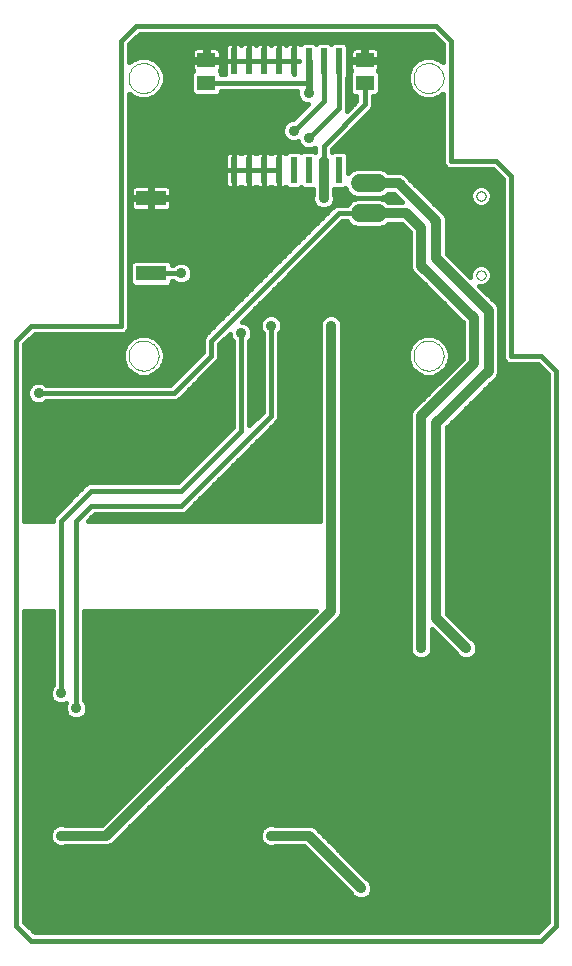
<source format=gbl>
G75*
%MOIN*%
%OFA0B0*%
%FSLAX24Y24*%
%IPPOS*%
%LPD*%
%AMOC8*
5,1,8,0,0,1.08239X$1,22.5*
%
%ADD10C,0.0160*%
%ADD11C,0.0000*%
%ADD12R,0.0236X0.0866*%
%ADD13C,0.0600*%
%ADD14R,0.0591X0.0512*%
%ADD15R,0.1000X0.0500*%
%ADD16C,0.0356*%
%ADD17C,0.0320*%
%ADD18C,0.0240*%
D10*
X000180Y001125D02*
X000680Y000625D01*
X017680Y000625D01*
X018180Y001125D01*
X018180Y019625D01*
X017680Y020125D01*
X016680Y020125D01*
X016680Y026125D01*
X016180Y026625D01*
X014680Y026625D01*
X014680Y030625D01*
X014180Y031125D01*
X004180Y031125D01*
X003680Y030625D01*
X003680Y021125D01*
X000680Y021125D01*
X000180Y020625D01*
X000180Y001125D01*
X000460Y001241D02*
X000460Y011625D01*
X001400Y011625D01*
X001400Y009130D01*
X001359Y009089D01*
X001302Y008950D01*
X001302Y008800D01*
X001359Y008661D01*
X001466Y008554D01*
X001605Y008497D01*
X001755Y008497D01*
X001835Y008530D01*
X001802Y008450D01*
X001802Y008300D01*
X001859Y008161D01*
X001966Y008054D01*
X002105Y007997D01*
X002255Y007997D01*
X002394Y008054D01*
X002501Y008161D01*
X002558Y008300D01*
X002558Y008450D01*
X002501Y008589D01*
X002460Y008630D01*
X002460Y011625D01*
X010171Y011625D01*
X003031Y004485D01*
X001799Y004485D01*
X001755Y004503D01*
X001605Y004503D01*
X001466Y004446D01*
X001359Y004339D01*
X001302Y004200D01*
X001302Y004050D01*
X001359Y003911D01*
X001466Y003804D01*
X001605Y003747D01*
X001755Y003747D01*
X001799Y003765D01*
X003252Y003765D01*
X003384Y003820D01*
X003485Y003921D01*
X010884Y011320D01*
X010985Y011421D01*
X011040Y011553D01*
X011040Y021006D01*
X011058Y021050D01*
X011058Y021200D01*
X011001Y021339D01*
X010894Y021446D01*
X010755Y021503D01*
X010605Y021503D01*
X010466Y021446D01*
X010359Y021339D01*
X010302Y021200D01*
X010302Y021050D01*
X010320Y021006D01*
X010320Y014625D01*
X002576Y014625D01*
X002796Y014845D01*
X005736Y014845D01*
X005839Y014888D01*
X008839Y017888D01*
X008917Y017966D01*
X008960Y018069D01*
X008960Y020870D01*
X009001Y020911D01*
X009058Y021050D01*
X009058Y021200D01*
X009001Y021339D01*
X008894Y021446D01*
X008755Y021503D01*
X008605Y021503D01*
X008466Y021446D01*
X008359Y021339D01*
X008302Y021200D01*
X008302Y021050D01*
X008359Y020911D01*
X008400Y020870D01*
X008400Y018241D01*
X007960Y017801D01*
X007960Y020620D01*
X008001Y020661D01*
X008058Y020800D01*
X008058Y020950D01*
X008001Y021089D01*
X007894Y021196D01*
X007755Y021253D01*
X007704Y021253D01*
X011046Y024595D01*
X011205Y024595D01*
X011206Y024592D01*
X011347Y024451D01*
X011531Y024375D01*
X012329Y024375D01*
X012513Y024451D01*
X012577Y024515D01*
X013031Y024515D01*
X013315Y024231D01*
X013302Y024200D01*
X013302Y024050D01*
X013320Y024006D01*
X013320Y023053D01*
X013375Y022921D01*
X015070Y021226D01*
X015070Y020024D01*
X013476Y018430D01*
X013375Y018329D01*
X013320Y018197D01*
X013320Y010494D01*
X013302Y010450D01*
X013302Y010300D01*
X013359Y010161D01*
X013466Y010054D01*
X013605Y009997D01*
X013755Y009997D01*
X013894Y010054D01*
X014001Y010161D01*
X014058Y010300D01*
X014058Y010450D01*
X014040Y010494D01*
X014040Y011006D01*
X014841Y010205D01*
X014859Y010161D01*
X014966Y010054D01*
X015105Y009997D01*
X015255Y009997D01*
X015394Y010054D01*
X015501Y010161D01*
X015558Y010300D01*
X015558Y010450D01*
X015501Y010589D01*
X015394Y010696D01*
X015350Y010714D01*
X014540Y011524D01*
X014540Y017726D01*
X016235Y019421D01*
X016290Y019553D01*
X016290Y021697D01*
X016235Y021829D01*
X016134Y021930D01*
X015615Y022449D01*
X015751Y022449D01*
X015882Y022503D01*
X015983Y022604D01*
X016037Y022735D01*
X016037Y022877D01*
X015983Y023009D01*
X015882Y023109D01*
X015751Y023164D01*
X015609Y023164D01*
X015478Y023109D01*
X015377Y023009D01*
X015323Y022877D01*
X015323Y022742D01*
X014540Y023524D01*
X014540Y024697D01*
X014485Y024829D01*
X013235Y026079D01*
X013134Y026180D01*
X013002Y026235D01*
X012577Y026235D01*
X012513Y026299D01*
X012329Y026375D01*
X011531Y026375D01*
X011347Y026299D01*
X011248Y026200D01*
X011248Y026830D01*
X011131Y026947D01*
X010729Y026947D01*
X010710Y026928D01*
X010710Y027009D01*
X012041Y028340D01*
X012084Y028443D01*
X012084Y028764D01*
X012182Y028764D01*
X012299Y028881D01*
X012299Y029558D01*
X012248Y029609D01*
X012267Y029642D01*
X012279Y029688D01*
X012279Y029920D01*
X011852Y029920D01*
X011852Y030015D01*
X012279Y030015D01*
X012279Y030247D01*
X012267Y030293D01*
X012243Y030334D01*
X012210Y030367D01*
X012169Y030391D01*
X012123Y030403D01*
X011852Y030403D01*
X011852Y030015D01*
X011756Y030015D01*
X011756Y029920D01*
X011329Y029920D01*
X011329Y029688D01*
X011341Y029642D01*
X011360Y029609D01*
X011309Y029558D01*
X011309Y028881D01*
X011426Y028764D01*
X011524Y028764D01*
X011524Y028615D01*
X011197Y028288D01*
X011210Y028319D01*
X011210Y029382D01*
X011248Y029420D01*
X011248Y030452D01*
X011131Y030569D01*
X010729Y030569D01*
X010680Y030520D01*
X010631Y030569D01*
X010229Y030569D01*
X010180Y030520D01*
X010131Y030569D01*
X009729Y030569D01*
X009666Y030506D01*
X009659Y030513D01*
X009618Y030537D01*
X009572Y030549D01*
X009430Y030549D01*
X009288Y030549D01*
X009242Y030537D01*
X009201Y030513D01*
X009180Y030492D01*
X009159Y030513D01*
X009118Y030537D01*
X009072Y030549D01*
X008930Y030549D01*
X008788Y030549D01*
X008742Y030537D01*
X008701Y030513D01*
X008680Y030492D01*
X008659Y030513D01*
X008618Y030537D01*
X008572Y030549D01*
X008430Y030549D01*
X008288Y030549D01*
X008242Y030537D01*
X008201Y030513D01*
X008180Y030492D01*
X008159Y030513D01*
X008118Y030537D01*
X008072Y030549D01*
X007930Y030549D01*
X007788Y030549D01*
X007742Y030537D01*
X007701Y030513D01*
X007680Y030492D01*
X007659Y030513D01*
X007618Y030537D01*
X007572Y030549D01*
X007430Y030549D01*
X007288Y030549D01*
X007242Y030537D01*
X007201Y030513D01*
X007168Y030480D01*
X007144Y030439D01*
X007132Y030393D01*
X007132Y029936D01*
X007132Y029499D01*
X007018Y029499D01*
X007018Y029558D01*
X006967Y029609D01*
X006986Y029642D01*
X006998Y029688D01*
X006998Y029920D01*
X006570Y029920D01*
X006570Y030015D01*
X006475Y030015D01*
X006475Y029920D01*
X006047Y029920D01*
X006047Y029688D01*
X006060Y029642D01*
X006078Y029609D01*
X006027Y029558D01*
X006027Y028881D01*
X006144Y028764D01*
X006901Y028764D01*
X007018Y028881D01*
X007018Y028939D01*
X009552Y028939D01*
X009552Y028800D01*
X009609Y028661D01*
X009716Y028554D01*
X009855Y028497D01*
X009906Y028497D01*
X009412Y028003D01*
X009355Y028003D01*
X009216Y027946D01*
X009109Y027839D01*
X009052Y027700D01*
X009052Y027550D01*
X009109Y027411D01*
X009216Y027304D01*
X009355Y027247D01*
X009505Y027247D01*
X009564Y027271D01*
X009609Y027161D01*
X009716Y027054D01*
X009855Y026997D01*
X010005Y026997D01*
X010144Y027054D01*
X010150Y027060D01*
X010150Y026928D01*
X010131Y026947D01*
X009729Y026947D01*
X009680Y026898D01*
X009631Y026947D01*
X009229Y026947D01*
X009166Y026884D01*
X009159Y026891D01*
X009118Y026915D01*
X009072Y026927D01*
X008930Y026927D01*
X008788Y026927D01*
X008742Y026915D01*
X008701Y026891D01*
X008680Y026870D01*
X008659Y026891D01*
X008618Y026915D01*
X008572Y026927D01*
X008430Y026927D01*
X008288Y026927D01*
X008242Y026915D01*
X008201Y026891D01*
X008180Y026870D01*
X008159Y026891D01*
X008118Y026915D01*
X008072Y026927D01*
X007930Y026927D01*
X007788Y026927D01*
X007742Y026915D01*
X007701Y026891D01*
X007680Y026870D01*
X007659Y026891D01*
X007618Y026915D01*
X007572Y026927D01*
X007430Y026927D01*
X007288Y026927D01*
X007242Y026915D01*
X007201Y026891D01*
X007168Y026858D01*
X007144Y026817D01*
X007132Y026771D01*
X007132Y026314D01*
X007430Y026314D01*
X007430Y026314D01*
X007430Y026927D01*
X007430Y026314D01*
X007430Y026314D01*
X007728Y026314D01*
X007930Y026314D01*
X007930Y026314D01*
X007930Y026927D01*
X007930Y026314D01*
X007930Y026314D01*
X008228Y026314D01*
X008430Y026314D01*
X008430Y026314D01*
X008430Y026927D01*
X008430Y026314D01*
X008430Y026314D01*
X008930Y026314D01*
X008930Y026314D01*
X008930Y026927D01*
X008930Y026314D01*
X008930Y026314D01*
X008632Y026314D01*
X008430Y026314D01*
X008430Y026314D01*
X007930Y026314D01*
X007930Y026314D01*
X007430Y026314D01*
X007430Y026314D01*
X007132Y026314D01*
X007132Y025857D01*
X007144Y025811D01*
X007168Y025770D01*
X007201Y025737D01*
X007242Y025713D01*
X007288Y025701D01*
X007430Y025701D01*
X007572Y025701D01*
X007618Y025713D01*
X007659Y025737D01*
X007680Y025758D01*
X007701Y025737D01*
X007742Y025713D01*
X007788Y025701D01*
X007930Y025701D01*
X008072Y025701D01*
X008118Y025713D01*
X008159Y025737D01*
X008180Y025758D01*
X008201Y025737D01*
X008242Y025713D01*
X008288Y025701D01*
X008430Y025701D01*
X008572Y025701D01*
X008618Y025713D01*
X008659Y025737D01*
X008680Y025758D01*
X008701Y025737D01*
X008742Y025713D01*
X008788Y025701D01*
X008930Y025701D01*
X009072Y025701D01*
X009118Y025713D01*
X009159Y025737D01*
X009166Y025744D01*
X009229Y025681D01*
X009631Y025681D01*
X009680Y025730D01*
X009729Y025681D01*
X010070Y025681D01*
X010070Y025494D01*
X010052Y025450D01*
X010052Y025300D01*
X010109Y025161D01*
X010216Y025054D01*
X010355Y024997D01*
X010505Y024997D01*
X010644Y025054D01*
X010751Y025161D01*
X010808Y025300D01*
X010808Y025450D01*
X010790Y025494D01*
X010790Y025681D01*
X011131Y025681D01*
X011158Y025708D01*
X011206Y025592D01*
X011347Y025451D01*
X011531Y025375D01*
X011347Y025299D01*
X011206Y025158D01*
X011205Y025155D01*
X010874Y025155D01*
X010771Y025112D01*
X010693Y025034D01*
X010595Y025034D01*
X010693Y025034D02*
X006521Y020862D01*
X006443Y020784D01*
X006400Y020681D01*
X006400Y020241D01*
X005314Y019155D01*
X001185Y019155D01*
X001144Y019196D01*
X001005Y019253D01*
X000855Y019253D01*
X000716Y019196D01*
X000609Y019089D01*
X000552Y018950D01*
X000552Y018800D01*
X000609Y018661D01*
X000716Y018554D01*
X000855Y018497D01*
X001005Y018497D01*
X001144Y018554D01*
X001185Y018595D01*
X005486Y018595D01*
X005589Y018638D01*
X005667Y018716D01*
X006917Y019966D01*
X006960Y020069D01*
X006960Y020509D01*
X007302Y020851D01*
X007302Y020800D01*
X007359Y020661D01*
X007400Y020620D01*
X007400Y017741D01*
X005564Y015905D01*
X002624Y015905D01*
X002521Y015862D01*
X001443Y014784D01*
X001400Y014681D01*
X001400Y014625D01*
X000460Y014625D01*
X000460Y020509D01*
X000796Y020845D01*
X003736Y020845D01*
X003839Y020888D01*
X003917Y020966D01*
X003960Y021069D01*
X003960Y028855D01*
X004033Y028782D01*
X004291Y028675D01*
X004569Y028675D01*
X004827Y028782D01*
X005023Y028978D01*
X005130Y029236D01*
X005130Y029514D01*
X005023Y029772D01*
X004827Y029968D01*
X004569Y030075D01*
X004291Y030075D01*
X004033Y029968D01*
X003960Y029895D01*
X003960Y030509D01*
X004296Y030845D01*
X014064Y030845D01*
X014400Y030509D01*
X014400Y029895D01*
X014327Y029968D01*
X014069Y030075D01*
X013791Y030075D01*
X013533Y029968D01*
X013337Y029772D01*
X013230Y029514D01*
X013230Y029236D01*
X013337Y028978D01*
X013533Y028782D01*
X013791Y028675D01*
X014069Y028675D01*
X014327Y028782D01*
X014400Y028855D01*
X014400Y026569D01*
X014443Y026466D01*
X014521Y026388D01*
X014624Y026345D01*
X016064Y026345D01*
X016400Y026009D01*
X016400Y020069D01*
X016443Y019966D01*
X016521Y019888D01*
X016624Y019845D01*
X017564Y019845D01*
X017900Y019509D01*
X017900Y001241D01*
X017564Y000905D01*
X000796Y000905D01*
X000460Y001241D01*
X000460Y001259D02*
X017900Y001259D01*
X017900Y001418D02*
X000460Y001418D01*
X000460Y001576D02*
X017900Y001576D01*
X017900Y001735D02*
X000460Y001735D01*
X000460Y001893D02*
X017900Y001893D01*
X017900Y002052D02*
X011887Y002052D01*
X011894Y002054D02*
X012001Y002161D01*
X012058Y002300D01*
X012058Y002450D01*
X012001Y002589D01*
X011894Y002696D01*
X011850Y002714D01*
X010235Y004329D01*
X010134Y004430D01*
X010002Y004485D01*
X008799Y004485D01*
X008755Y004503D01*
X008605Y004503D01*
X008466Y004446D01*
X008359Y004339D01*
X008302Y004200D01*
X008302Y004050D01*
X008359Y003911D01*
X008466Y003804D01*
X008605Y003747D01*
X008755Y003747D01*
X008799Y003765D01*
X009781Y003765D01*
X011341Y002205D01*
X011359Y002161D01*
X011466Y002054D01*
X011605Y001997D01*
X011755Y001997D01*
X011894Y002054D01*
X012021Y002210D02*
X017900Y002210D01*
X017900Y002369D02*
X012058Y002369D01*
X012026Y002527D02*
X017900Y002527D01*
X017900Y002686D02*
X011904Y002686D01*
X011720Y002844D02*
X017900Y002844D01*
X017900Y003003D02*
X011562Y003003D01*
X011403Y003161D02*
X017900Y003161D01*
X017900Y003320D02*
X011245Y003320D01*
X011086Y003478D02*
X017900Y003478D01*
X017900Y003637D02*
X010928Y003637D01*
X010769Y003795D02*
X017900Y003795D01*
X017900Y003954D02*
X010611Y003954D01*
X010452Y004112D02*
X017900Y004112D01*
X017900Y004271D02*
X010294Y004271D01*
X010135Y004429D02*
X017900Y004429D01*
X017900Y004588D02*
X004152Y004588D01*
X004310Y004746D02*
X017900Y004746D01*
X017900Y004905D02*
X004469Y004905D01*
X004627Y005063D02*
X017900Y005063D01*
X017900Y005222D02*
X004786Y005222D01*
X004944Y005380D02*
X017900Y005380D01*
X017900Y005539D02*
X005103Y005539D01*
X005261Y005697D02*
X017900Y005697D01*
X017900Y005856D02*
X005420Y005856D01*
X005578Y006014D02*
X017900Y006014D01*
X017900Y006173D02*
X005737Y006173D01*
X005895Y006331D02*
X017900Y006331D01*
X017900Y006490D02*
X006054Y006490D01*
X006212Y006648D02*
X017900Y006648D01*
X017900Y006807D02*
X006371Y006807D01*
X006529Y006965D02*
X017900Y006965D01*
X017900Y007124D02*
X006688Y007124D01*
X006846Y007282D02*
X017900Y007282D01*
X017900Y007441D02*
X007005Y007441D01*
X007163Y007599D02*
X017900Y007599D01*
X017900Y007758D02*
X007322Y007758D01*
X007480Y007916D02*
X017900Y007916D01*
X017900Y008075D02*
X007639Y008075D01*
X007797Y008233D02*
X017900Y008233D01*
X017900Y008392D02*
X007956Y008392D01*
X008114Y008550D02*
X017900Y008550D01*
X017900Y008709D02*
X008273Y008709D01*
X008431Y008867D02*
X017900Y008867D01*
X017900Y009026D02*
X008590Y009026D01*
X008748Y009184D02*
X017900Y009184D01*
X017900Y009343D02*
X008907Y009343D01*
X009065Y009501D02*
X017900Y009501D01*
X017900Y009660D02*
X009224Y009660D01*
X009382Y009818D02*
X017900Y009818D01*
X017900Y009977D02*
X009541Y009977D01*
X009699Y010135D02*
X013385Y010135D01*
X013304Y010294D02*
X009858Y010294D01*
X010016Y010452D02*
X013303Y010452D01*
X013320Y010611D02*
X010175Y010611D01*
X010333Y010769D02*
X013320Y010769D01*
X013320Y010928D02*
X010492Y010928D01*
X010650Y011086D02*
X013320Y011086D01*
X013320Y011245D02*
X010809Y011245D01*
X010884Y011320D02*
X010884Y011320D01*
X010967Y011403D02*
X013320Y011403D01*
X013320Y011562D02*
X011040Y011562D01*
X011040Y011720D02*
X013320Y011720D01*
X013320Y011879D02*
X011040Y011879D01*
X011040Y012037D02*
X013320Y012037D01*
X013320Y012196D02*
X011040Y012196D01*
X011040Y012354D02*
X013320Y012354D01*
X013320Y012513D02*
X011040Y012513D01*
X011040Y012671D02*
X013320Y012671D01*
X013320Y012830D02*
X011040Y012830D01*
X011040Y012988D02*
X013320Y012988D01*
X013320Y013147D02*
X011040Y013147D01*
X011040Y013305D02*
X013320Y013305D01*
X013320Y013464D02*
X011040Y013464D01*
X011040Y013622D02*
X013320Y013622D01*
X013320Y013781D02*
X011040Y013781D01*
X011040Y013939D02*
X013320Y013939D01*
X013320Y014098D02*
X011040Y014098D01*
X011040Y014256D02*
X013320Y014256D01*
X013320Y014415D02*
X011040Y014415D01*
X011040Y014573D02*
X013320Y014573D01*
X013320Y014732D02*
X011040Y014732D01*
X011040Y014890D02*
X013320Y014890D01*
X013320Y015049D02*
X011040Y015049D01*
X011040Y015207D02*
X013320Y015207D01*
X013320Y015366D02*
X011040Y015366D01*
X011040Y015524D02*
X013320Y015524D01*
X013320Y015683D02*
X011040Y015683D01*
X011040Y015841D02*
X013320Y015841D01*
X013320Y016000D02*
X011040Y016000D01*
X011040Y016158D02*
X013320Y016158D01*
X013320Y016317D02*
X011040Y016317D01*
X011040Y016475D02*
X013320Y016475D01*
X013320Y016634D02*
X011040Y016634D01*
X011040Y016792D02*
X013320Y016792D01*
X013320Y016951D02*
X011040Y016951D01*
X011040Y017109D02*
X013320Y017109D01*
X013320Y017268D02*
X011040Y017268D01*
X011040Y017426D02*
X013320Y017426D01*
X013320Y017585D02*
X011040Y017585D01*
X011040Y017743D02*
X013320Y017743D01*
X013320Y017902D02*
X011040Y017902D01*
X011040Y018060D02*
X013320Y018060D01*
X013329Y018219D02*
X011040Y018219D01*
X011040Y018377D02*
X013423Y018377D01*
X013581Y018536D02*
X011040Y018536D01*
X011040Y018694D02*
X013740Y018694D01*
X013898Y018853D02*
X011040Y018853D01*
X011040Y019011D02*
X014057Y019011D01*
X014215Y019170D02*
X011040Y019170D01*
X011040Y019328D02*
X014374Y019328D01*
X014327Y019532D02*
X014523Y019728D01*
X014630Y019986D01*
X014630Y020264D01*
X014523Y020522D01*
X014327Y020718D01*
X014069Y020825D01*
X013791Y020825D01*
X013533Y020718D01*
X013337Y020522D01*
X013230Y020264D01*
X013230Y019986D01*
X013337Y019728D01*
X013533Y019532D01*
X013791Y019425D01*
X014069Y019425D01*
X014327Y019532D01*
X014218Y019487D02*
X014532Y019487D01*
X014440Y019645D02*
X014691Y019645D01*
X014555Y019804D02*
X014849Y019804D01*
X015008Y019962D02*
X014620Y019962D01*
X014630Y020121D02*
X015070Y020121D01*
X015070Y020279D02*
X014624Y020279D01*
X014558Y020438D02*
X015070Y020438D01*
X015070Y020596D02*
X014449Y020596D01*
X014239Y020755D02*
X015070Y020755D01*
X015070Y020913D02*
X011040Y020913D01*
X011040Y020755D02*
X013621Y020755D01*
X013411Y020596D02*
X011040Y020596D01*
X011040Y020438D02*
X013302Y020438D01*
X013236Y020279D02*
X011040Y020279D01*
X011040Y020121D02*
X013230Y020121D01*
X013240Y019962D02*
X011040Y019962D01*
X011040Y019804D02*
X013305Y019804D01*
X013420Y019645D02*
X011040Y019645D01*
X011040Y019487D02*
X013642Y019487D01*
X014716Y017902D02*
X017900Y017902D01*
X017900Y018060D02*
X014874Y018060D01*
X015033Y018219D02*
X017900Y018219D01*
X017900Y018377D02*
X015191Y018377D01*
X015350Y018536D02*
X017900Y018536D01*
X017900Y018694D02*
X015508Y018694D01*
X015667Y018853D02*
X017900Y018853D01*
X017900Y019011D02*
X015825Y019011D01*
X015984Y019170D02*
X017900Y019170D01*
X017900Y019328D02*
X016142Y019328D01*
X016262Y019487D02*
X017900Y019487D01*
X017764Y019645D02*
X016290Y019645D01*
X016290Y019804D02*
X017605Y019804D01*
X016447Y019962D02*
X016290Y019962D01*
X016290Y020121D02*
X016400Y020121D01*
X016400Y020279D02*
X016290Y020279D01*
X016290Y020438D02*
X016400Y020438D01*
X016400Y020596D02*
X016290Y020596D01*
X016290Y020755D02*
X016400Y020755D01*
X016400Y020913D02*
X016290Y020913D01*
X016290Y021072D02*
X016400Y021072D01*
X016400Y021230D02*
X016290Y021230D01*
X016290Y021389D02*
X016400Y021389D01*
X016400Y021547D02*
X016290Y021547D01*
X016286Y021706D02*
X016400Y021706D01*
X016400Y021864D02*
X016200Y021864D01*
X016042Y022023D02*
X016400Y022023D01*
X016400Y022181D02*
X015883Y022181D01*
X015725Y022340D02*
X016400Y022340D01*
X016400Y022498D02*
X015870Y022498D01*
X016005Y022657D02*
X016400Y022657D01*
X016400Y022815D02*
X016037Y022815D01*
X015998Y022974D02*
X016400Y022974D01*
X016400Y023132D02*
X015827Y023132D01*
X015533Y023132D02*
X014932Y023132D01*
X014774Y023291D02*
X016400Y023291D01*
X016400Y023449D02*
X014615Y023449D01*
X014540Y023608D02*
X016400Y023608D01*
X016400Y023766D02*
X014540Y023766D01*
X014540Y023925D02*
X016400Y023925D01*
X016400Y024083D02*
X014540Y024083D01*
X014540Y024242D02*
X016400Y024242D01*
X016400Y024400D02*
X014540Y024400D01*
X014540Y024559D02*
X016400Y024559D01*
X016400Y024717D02*
X014532Y024717D01*
X014439Y024876D02*
X016400Y024876D01*
X016400Y025034D02*
X014280Y025034D01*
X014122Y025193D02*
X015426Y025193D01*
X015377Y025241D02*
X015478Y025141D01*
X015609Y025086D01*
X015751Y025086D01*
X015882Y025141D01*
X015983Y025241D01*
X016037Y025373D01*
X016037Y025515D01*
X015983Y025646D01*
X015882Y025747D01*
X015751Y025801D01*
X015609Y025801D01*
X015478Y025747D01*
X015377Y025646D01*
X015323Y025515D01*
X015323Y025373D01*
X015377Y025241D01*
X015332Y025351D02*
X013963Y025351D01*
X013805Y025510D02*
X015323Y025510D01*
X015399Y025668D02*
X013646Y025668D01*
X013488Y025827D02*
X016400Y025827D01*
X016400Y025985D02*
X013329Y025985D01*
X013171Y026144D02*
X016265Y026144D01*
X016107Y026302D02*
X012506Y026302D01*
X012577Y025515D02*
X012781Y025515D01*
X013061Y025235D01*
X012577Y025235D01*
X012513Y025299D01*
X012329Y025375D01*
X011531Y025375D01*
X012329Y025375D01*
X012513Y025451D01*
X012577Y025515D01*
X012572Y025510D02*
X012786Y025510D01*
X012945Y025351D02*
X012387Y025351D01*
X012180Y024875D02*
X010930Y024875D01*
X006680Y020625D01*
X006680Y020125D01*
X005430Y018875D01*
X000930Y018875D01*
X001098Y018536D02*
X007400Y018536D01*
X007400Y018694D02*
X005645Y018694D01*
X005804Y018853D02*
X007400Y018853D01*
X007400Y019011D02*
X005962Y019011D01*
X006121Y019170D02*
X007400Y019170D01*
X007400Y019328D02*
X006279Y019328D01*
X006438Y019487D02*
X007400Y019487D01*
X007400Y019645D02*
X006596Y019645D01*
X006755Y019804D02*
X007400Y019804D01*
X007400Y019962D02*
X006913Y019962D01*
X006960Y020121D02*
X007400Y020121D01*
X007400Y020279D02*
X006960Y020279D01*
X006960Y020438D02*
X007400Y020438D01*
X007400Y020596D02*
X007047Y020596D01*
X007206Y020755D02*
X007321Y020755D01*
X007680Y020875D02*
X007680Y017625D01*
X005680Y015625D01*
X002680Y015625D01*
X001680Y014625D01*
X001680Y008875D01*
X001477Y008550D02*
X000460Y008550D01*
X000460Y008392D02*
X001802Y008392D01*
X001830Y008233D02*
X000460Y008233D01*
X000460Y008075D02*
X001946Y008075D01*
X002180Y008375D02*
X002180Y014625D01*
X002680Y015125D01*
X005680Y015125D01*
X008680Y018125D01*
X008680Y021125D01*
X008951Y021389D02*
X010409Y021389D01*
X010314Y021230D02*
X009046Y021230D01*
X009058Y021072D02*
X010302Y021072D01*
X010320Y020913D02*
X009001Y020913D01*
X008960Y020755D02*
X010320Y020755D01*
X010320Y020596D02*
X008960Y020596D01*
X008960Y020438D02*
X010320Y020438D01*
X010320Y020279D02*
X008960Y020279D01*
X008960Y020121D02*
X010320Y020121D01*
X010320Y019962D02*
X008960Y019962D01*
X008960Y019804D02*
X010320Y019804D01*
X010320Y019645D02*
X008960Y019645D01*
X008960Y019487D02*
X010320Y019487D01*
X010320Y019328D02*
X008960Y019328D01*
X008960Y019170D02*
X010320Y019170D01*
X010320Y019011D02*
X008960Y019011D01*
X008960Y018853D02*
X010320Y018853D01*
X010320Y018694D02*
X008960Y018694D01*
X008960Y018536D02*
X010320Y018536D01*
X010320Y018377D02*
X008960Y018377D01*
X008960Y018219D02*
X010320Y018219D01*
X010320Y018060D02*
X008956Y018060D01*
X008853Y017902D02*
X010320Y017902D01*
X010320Y017743D02*
X008694Y017743D01*
X008536Y017585D02*
X010320Y017585D01*
X010320Y017426D02*
X008377Y017426D01*
X008219Y017268D02*
X010320Y017268D01*
X010320Y017109D02*
X008060Y017109D01*
X007902Y016951D02*
X010320Y016951D01*
X010320Y016792D02*
X007743Y016792D01*
X007585Y016634D02*
X010320Y016634D01*
X010320Y016475D02*
X007426Y016475D01*
X007268Y016317D02*
X010320Y016317D01*
X010320Y016158D02*
X007109Y016158D01*
X006951Y016000D02*
X010320Y016000D01*
X010320Y015841D02*
X006792Y015841D01*
X006634Y015683D02*
X010320Y015683D01*
X010320Y015524D02*
X006475Y015524D01*
X006317Y015366D02*
X010320Y015366D01*
X010320Y015207D02*
X006158Y015207D01*
X006000Y015049D02*
X010320Y015049D01*
X010320Y014890D02*
X005841Y014890D01*
X005659Y016000D02*
X000460Y016000D01*
X000460Y016158D02*
X005817Y016158D01*
X005976Y016317D02*
X000460Y016317D01*
X000460Y016475D02*
X006134Y016475D01*
X006293Y016634D02*
X000460Y016634D01*
X000460Y016792D02*
X006451Y016792D01*
X006610Y016951D02*
X000460Y016951D01*
X000460Y017109D02*
X006768Y017109D01*
X006927Y017268D02*
X000460Y017268D01*
X000460Y017426D02*
X007085Y017426D01*
X007244Y017585D02*
X000460Y017585D01*
X000460Y017743D02*
X007400Y017743D01*
X007400Y017902D02*
X000460Y017902D01*
X000460Y018060D02*
X007400Y018060D01*
X007400Y018219D02*
X000460Y018219D01*
X000460Y018377D02*
X007400Y018377D01*
X007960Y018377D02*
X008400Y018377D01*
X008400Y018536D02*
X007960Y018536D01*
X007960Y018694D02*
X008400Y018694D01*
X008400Y018853D02*
X007960Y018853D01*
X007960Y019011D02*
X008400Y019011D01*
X008400Y019170D02*
X007960Y019170D01*
X007960Y019328D02*
X008400Y019328D01*
X008400Y019487D02*
X007960Y019487D01*
X007960Y019645D02*
X008400Y019645D01*
X008400Y019804D02*
X007960Y019804D01*
X007960Y019962D02*
X008400Y019962D01*
X008400Y020121D02*
X007960Y020121D01*
X007960Y020279D02*
X008400Y020279D01*
X008400Y020438D02*
X007960Y020438D01*
X007960Y020596D02*
X008400Y020596D01*
X008400Y020755D02*
X008039Y020755D01*
X008058Y020913D02*
X008359Y020913D01*
X008302Y021072D02*
X008008Y021072D01*
X007811Y021230D02*
X008314Y021230D01*
X008409Y021389D02*
X007840Y021389D01*
X007998Y021547D02*
X014749Y021547D01*
X014907Y021389D02*
X010951Y021389D01*
X011046Y021230D02*
X015066Y021230D01*
X015070Y021072D02*
X011058Y021072D01*
X009742Y023291D02*
X013320Y023291D01*
X013320Y023449D02*
X009900Y023449D01*
X010059Y023608D02*
X013320Y023608D01*
X013320Y023766D02*
X010217Y023766D01*
X010376Y023925D02*
X013320Y023925D01*
X013302Y024083D02*
X010534Y024083D01*
X010693Y024242D02*
X013304Y024242D01*
X013146Y024400D02*
X012390Y024400D01*
X011930Y024875D02*
X011899Y024844D01*
X011470Y024400D02*
X010851Y024400D01*
X011010Y024559D02*
X011239Y024559D01*
X011240Y025193D02*
X010764Y025193D01*
X010808Y025351D02*
X011473Y025351D01*
X011288Y025510D02*
X010790Y025510D01*
X010790Y025668D02*
X011175Y025668D01*
X011248Y026302D02*
X011354Y026302D01*
X011248Y026461D02*
X014448Y026461D01*
X014400Y026619D02*
X011248Y026619D01*
X011248Y026778D02*
X014400Y026778D01*
X014400Y026936D02*
X011142Y026936D01*
X010954Y027253D02*
X014400Y027253D01*
X014400Y027095D02*
X010796Y027095D01*
X010718Y026936D02*
X010710Y026936D01*
X010430Y027125D02*
X010430Y026625D01*
X010430Y026314D01*
X010430Y026125D01*
X010070Y025668D02*
X005355Y025668D01*
X005360Y025649D02*
X005348Y025694D01*
X005324Y025736D01*
X005291Y025769D01*
X005249Y025793D01*
X005204Y025805D01*
X004725Y025805D01*
X004725Y025420D01*
X004635Y025420D01*
X004635Y025805D01*
X004156Y025805D01*
X004111Y025793D01*
X004069Y025769D01*
X004036Y025736D01*
X004012Y025694D01*
X004000Y025649D01*
X004000Y025420D01*
X004635Y025420D01*
X004635Y025330D01*
X004725Y025330D01*
X004725Y025420D01*
X005360Y025420D01*
X005360Y025649D01*
X005360Y025510D02*
X010070Y025510D01*
X010052Y025351D02*
X004725Y025351D01*
X004725Y025330D02*
X005360Y025330D01*
X005360Y025101D01*
X005348Y025056D01*
X005324Y025014D01*
X005291Y024981D01*
X005249Y024957D01*
X005204Y024945D01*
X004725Y024945D01*
X004725Y025330D01*
X004635Y025330D02*
X004635Y024945D01*
X004156Y024945D01*
X004111Y024957D01*
X004069Y024981D01*
X004036Y025014D01*
X004012Y025056D01*
X004000Y025101D01*
X004000Y025330D01*
X004635Y025330D01*
X004635Y025351D02*
X003960Y025351D01*
X003960Y025193D02*
X004000Y025193D01*
X004025Y025034D02*
X003960Y025034D01*
X003960Y024876D02*
X010535Y024876D01*
X010693Y025034D02*
X010693Y025034D01*
X010376Y024717D02*
X003960Y024717D01*
X003960Y024559D02*
X010218Y024559D01*
X010059Y024400D02*
X003960Y024400D01*
X003960Y024242D02*
X009901Y024242D01*
X009742Y024083D02*
X003960Y024083D01*
X003960Y023925D02*
X009584Y023925D01*
X009425Y023766D02*
X003960Y023766D01*
X003960Y023608D02*
X009267Y023608D01*
X009108Y023449D02*
X003960Y023449D01*
X003960Y023291D02*
X004063Y023291D01*
X004097Y023325D02*
X003980Y023208D01*
X003980Y022542D01*
X004097Y022425D01*
X005263Y022425D01*
X005380Y022542D01*
X005380Y022595D01*
X005425Y022595D01*
X005466Y022554D01*
X005605Y022497D01*
X005755Y022497D01*
X005894Y022554D01*
X006001Y022661D01*
X006058Y022800D01*
X006058Y022950D01*
X006001Y023089D01*
X005894Y023196D01*
X005755Y023253D01*
X005605Y023253D01*
X005466Y023196D01*
X005425Y023155D01*
X005380Y023155D01*
X005380Y023208D01*
X005263Y023325D01*
X004097Y023325D01*
X003980Y023132D02*
X003960Y023132D01*
X003960Y022974D02*
X003980Y022974D01*
X003980Y022815D02*
X003960Y022815D01*
X003960Y022657D02*
X003980Y022657D01*
X003960Y022498D02*
X004024Y022498D01*
X003960Y022340D02*
X007999Y022340D01*
X008157Y022498D02*
X005758Y022498D01*
X005602Y022498D02*
X005336Y022498D01*
X005680Y022875D02*
X004680Y022875D01*
X005297Y023291D02*
X008950Y023291D01*
X008791Y023132D02*
X005958Y023132D01*
X006048Y022974D02*
X008633Y022974D01*
X008474Y022815D02*
X006058Y022815D01*
X005996Y022657D02*
X008316Y022657D01*
X008791Y022340D02*
X013956Y022340D01*
X013798Y022498D02*
X008949Y022498D01*
X009108Y022657D02*
X013639Y022657D01*
X013481Y022815D02*
X009266Y022815D01*
X009425Y022974D02*
X013353Y022974D01*
X013320Y023132D02*
X009583Y023132D01*
X008632Y022181D02*
X014115Y022181D01*
X014273Y022023D02*
X008474Y022023D01*
X008315Y021864D02*
X014432Y021864D01*
X014590Y021706D02*
X008157Y021706D01*
X007840Y022181D02*
X003960Y022181D01*
X003960Y022023D02*
X007682Y022023D01*
X007523Y021864D02*
X003960Y021864D01*
X003960Y021706D02*
X007365Y021706D01*
X007206Y021547D02*
X003960Y021547D01*
X003960Y021389D02*
X007048Y021389D01*
X006889Y021230D02*
X003960Y021230D01*
X003960Y021072D02*
X006731Y021072D01*
X006572Y020913D02*
X003864Y020913D01*
X004033Y020718D02*
X003837Y020522D01*
X003730Y020264D01*
X003730Y019986D01*
X003837Y019728D01*
X004033Y019532D01*
X004291Y019425D01*
X004569Y019425D01*
X004827Y019532D01*
X005023Y019728D01*
X005130Y019986D01*
X005130Y020264D01*
X005023Y020522D01*
X004827Y020718D01*
X004569Y020825D01*
X004291Y020825D01*
X004033Y020718D01*
X004121Y020755D02*
X000706Y020755D01*
X000547Y020596D02*
X003911Y020596D01*
X003802Y020438D02*
X000460Y020438D01*
X000460Y020279D02*
X003736Y020279D01*
X003730Y020121D02*
X000460Y020121D01*
X000460Y019962D02*
X003740Y019962D01*
X003805Y019804D02*
X000460Y019804D01*
X000460Y019645D02*
X003920Y019645D01*
X004142Y019487D02*
X000460Y019487D01*
X000460Y019328D02*
X005487Y019328D01*
X005329Y019170D02*
X001170Y019170D01*
X000762Y018536D02*
X000460Y018536D01*
X000460Y018694D02*
X000596Y018694D01*
X000552Y018853D02*
X000460Y018853D01*
X000460Y019011D02*
X000577Y019011D01*
X000690Y019170D02*
X000460Y019170D01*
X000460Y015841D02*
X002500Y015841D01*
X002342Y015683D02*
X000460Y015683D01*
X000460Y015524D02*
X002183Y015524D01*
X002025Y015366D02*
X000460Y015366D01*
X000460Y015207D02*
X001866Y015207D01*
X001708Y015049D02*
X000460Y015049D01*
X000460Y014890D02*
X001549Y014890D01*
X001421Y014732D02*
X000460Y014732D01*
X000460Y011562D02*
X001400Y011562D01*
X001400Y011403D02*
X000460Y011403D01*
X000460Y011245D02*
X001400Y011245D01*
X001400Y011086D02*
X000460Y011086D01*
X000460Y010928D02*
X001400Y010928D01*
X001400Y010769D02*
X000460Y010769D01*
X000460Y010611D02*
X001400Y010611D01*
X001400Y010452D02*
X000460Y010452D01*
X000460Y010294D02*
X001400Y010294D01*
X001400Y010135D02*
X000460Y010135D01*
X000460Y009977D02*
X001400Y009977D01*
X001400Y009818D02*
X000460Y009818D01*
X000460Y009660D02*
X001400Y009660D01*
X001400Y009501D02*
X000460Y009501D01*
X000460Y009343D02*
X001400Y009343D01*
X001400Y009184D02*
X000460Y009184D01*
X000460Y009026D02*
X001333Y009026D01*
X001302Y008867D02*
X000460Y008867D01*
X000460Y008709D02*
X001340Y008709D01*
X000460Y007916D02*
X006462Y007916D01*
X006620Y008075D02*
X002414Y008075D01*
X002530Y008233D02*
X006779Y008233D01*
X006937Y008392D02*
X002558Y008392D01*
X002517Y008550D02*
X007096Y008550D01*
X007254Y008709D02*
X002460Y008709D01*
X002460Y008867D02*
X007413Y008867D01*
X007571Y009026D02*
X002460Y009026D01*
X002460Y009184D02*
X007730Y009184D01*
X007888Y009343D02*
X002460Y009343D01*
X002460Y009501D02*
X008047Y009501D01*
X008205Y009660D02*
X002460Y009660D01*
X002460Y009818D02*
X008364Y009818D01*
X008522Y009977D02*
X002460Y009977D01*
X002460Y010135D02*
X008681Y010135D01*
X008839Y010294D02*
X002460Y010294D01*
X002460Y010452D02*
X008998Y010452D01*
X009156Y010611D02*
X002460Y010611D01*
X002460Y010769D02*
X009315Y010769D01*
X009473Y010928D02*
X002460Y010928D01*
X002460Y011086D02*
X009632Y011086D01*
X009790Y011245D02*
X002460Y011245D01*
X002460Y011403D02*
X009949Y011403D01*
X010107Y011562D02*
X002460Y011562D01*
X002683Y014732D02*
X010320Y014732D01*
X008378Y018219D02*
X007960Y018219D01*
X007960Y018060D02*
X008219Y018060D01*
X008061Y017902D02*
X007960Y017902D01*
X006280Y020121D02*
X005130Y020121D01*
X005124Y020279D02*
X006400Y020279D01*
X006400Y020438D02*
X005058Y020438D01*
X004949Y020596D02*
X006400Y020596D01*
X006431Y020755D02*
X004739Y020755D01*
X005120Y019962D02*
X006121Y019962D01*
X005963Y019804D02*
X005055Y019804D01*
X004940Y019645D02*
X005804Y019645D01*
X005646Y019487D02*
X004718Y019487D01*
X006521Y020862D02*
X006521Y020862D01*
X005335Y025034D02*
X010265Y025034D01*
X010096Y025193D02*
X005360Y025193D01*
X004725Y025193D02*
X004635Y025193D01*
X004635Y025034D02*
X004725Y025034D01*
X004725Y025510D02*
X004635Y025510D01*
X004635Y025668D02*
X004725Y025668D01*
X004005Y025668D02*
X003960Y025668D01*
X003960Y025510D02*
X004000Y025510D01*
X003960Y025827D02*
X007140Y025827D01*
X007132Y025985D02*
X003960Y025985D01*
X003960Y026144D02*
X007132Y026144D01*
X007132Y026302D02*
X003960Y026302D01*
X003960Y026461D02*
X007132Y026461D01*
X007132Y026619D02*
X003960Y026619D01*
X003960Y026778D02*
X007134Y026778D01*
X007430Y026778D02*
X007430Y026778D01*
X007430Y026619D02*
X007430Y026619D01*
X007430Y026461D02*
X007430Y026461D01*
X007430Y026314D02*
X007430Y025701D01*
X007430Y026314D01*
X007430Y026314D01*
X007430Y026302D02*
X007430Y026302D01*
X007430Y026144D02*
X007430Y026144D01*
X007430Y025985D02*
X007430Y025985D01*
X007430Y025827D02*
X007430Y025827D01*
X007930Y025827D02*
X007930Y025827D01*
X007930Y025701D02*
X007930Y026314D01*
X007930Y026314D01*
X007930Y025701D01*
X007930Y025985D02*
X007930Y025985D01*
X007930Y026144D02*
X007930Y026144D01*
X007930Y026302D02*
X007930Y026302D01*
X007930Y026461D02*
X007930Y026461D01*
X007930Y026619D02*
X007930Y026619D01*
X007930Y026778D02*
X007930Y026778D01*
X008430Y026778D02*
X008430Y026778D01*
X008430Y026619D02*
X008430Y026619D01*
X008430Y026461D02*
X008430Y026461D01*
X008430Y026314D02*
X008430Y025701D01*
X008430Y026314D01*
X008430Y026314D01*
X008430Y026302D02*
X008430Y026302D01*
X008430Y026144D02*
X008430Y026144D01*
X008430Y025985D02*
X008430Y025985D01*
X008430Y025827D02*
X008430Y025827D01*
X008930Y025827D02*
X008930Y025827D01*
X008930Y025701D02*
X008930Y026314D01*
X008930Y026314D01*
X008930Y025701D01*
X008930Y025985D02*
X008930Y025985D01*
X008930Y026144D02*
X008930Y026144D01*
X008930Y026302D02*
X008930Y026302D01*
X008930Y026461D02*
X008930Y026461D01*
X008930Y026619D02*
X008930Y026619D01*
X008930Y026778D02*
X008930Y026778D01*
X009218Y026936D02*
X003960Y026936D01*
X003960Y027095D02*
X009676Y027095D01*
X009642Y026936D02*
X009718Y026936D01*
X009571Y027253D02*
X009520Y027253D01*
X009340Y027253D02*
X003960Y027253D01*
X003960Y027412D02*
X009109Y027412D01*
X009052Y027570D02*
X003960Y027570D01*
X003960Y027729D02*
X009064Y027729D01*
X009157Y027887D02*
X003960Y027887D01*
X003960Y028046D02*
X009455Y028046D01*
X009613Y028204D02*
X003960Y028204D01*
X003960Y028363D02*
X009772Y028363D01*
X009796Y028521D02*
X003960Y028521D01*
X003960Y028680D02*
X004280Y028680D01*
X004580Y028680D02*
X009602Y028680D01*
X009552Y028838D02*
X006975Y028838D01*
X006523Y029219D02*
X009836Y029219D01*
X009854Y029217D01*
X009872Y029212D01*
X009888Y029203D01*
X009902Y029191D01*
X009914Y029177D01*
X009923Y029161D01*
X009928Y029143D01*
X009930Y029125D01*
X010430Y028625D02*
X010430Y029936D01*
X010930Y029936D02*
X010930Y028375D01*
X009930Y027375D01*
X010142Y026936D02*
X010150Y026936D01*
X010430Y027125D02*
X011804Y028499D01*
X011804Y029219D01*
X012299Y029155D02*
X013263Y029155D01*
X013230Y029314D02*
X012299Y029314D01*
X012299Y029472D02*
X013230Y029472D01*
X013278Y029631D02*
X012260Y029631D01*
X012279Y029789D02*
X013354Y029789D01*
X013513Y029948D02*
X011852Y029948D01*
X011756Y029948D02*
X011248Y029948D01*
X011329Y030015D02*
X011329Y030247D01*
X011341Y030293D01*
X011365Y030334D01*
X011398Y030367D01*
X011439Y030391D01*
X011485Y030403D01*
X011756Y030403D01*
X011756Y030015D01*
X011329Y030015D01*
X011329Y030106D02*
X011248Y030106D01*
X011248Y030265D02*
X011333Y030265D01*
X011248Y030423D02*
X014400Y030423D01*
X014400Y030265D02*
X012275Y030265D01*
X012279Y030106D02*
X014400Y030106D01*
X014400Y029948D02*
X014347Y029948D01*
X014327Y030582D02*
X004033Y030582D01*
X003960Y030423D02*
X007140Y030423D01*
X007132Y030265D02*
X006993Y030265D01*
X006998Y030247D02*
X006986Y030293D01*
X006962Y030334D01*
X006928Y030367D01*
X006887Y030391D01*
X006841Y030403D01*
X006570Y030403D01*
X006570Y030015D01*
X006998Y030015D01*
X006998Y030247D01*
X006998Y030106D02*
X007132Y030106D01*
X007132Y029948D02*
X006570Y029948D01*
X006475Y029948D02*
X004847Y029948D01*
X005006Y029789D02*
X006047Y029789D01*
X006066Y029631D02*
X005082Y029631D01*
X005130Y029472D02*
X006027Y029472D01*
X006027Y029314D02*
X005130Y029314D01*
X005097Y029155D02*
X006027Y029155D01*
X006027Y028997D02*
X005031Y028997D01*
X004883Y028838D02*
X006070Y028838D01*
X006047Y030015D02*
X006475Y030015D01*
X006475Y030403D01*
X006204Y030403D01*
X006158Y030391D01*
X006117Y030367D01*
X006083Y030334D01*
X006060Y030293D01*
X006047Y030247D01*
X006047Y030015D01*
X006047Y030106D02*
X003960Y030106D01*
X003960Y029948D02*
X004013Y029948D01*
X003960Y030265D02*
X006052Y030265D01*
X006475Y030265D02*
X006570Y030265D01*
X006570Y030106D02*
X006475Y030106D01*
X006998Y029789D02*
X007132Y029789D01*
X007132Y029936D02*
X007430Y029936D01*
X007430Y029936D01*
X007632Y029936D01*
X007930Y029936D01*
X007930Y029936D01*
X008430Y029936D01*
X008430Y029936D01*
X008930Y029936D01*
X008930Y029936D01*
X009430Y029936D01*
X009430Y029499D01*
X009430Y029936D01*
X009430Y029936D01*
X009610Y029936D01*
X009610Y029936D01*
X009430Y029936D01*
X009430Y029936D01*
X009430Y029936D01*
X009228Y029936D01*
X008930Y029936D01*
X008930Y029936D01*
X008728Y029936D01*
X008430Y029936D01*
X008430Y029936D01*
X008228Y029936D01*
X007930Y029936D01*
X007930Y029936D01*
X007430Y029936D01*
X007430Y029936D01*
X007132Y029936D01*
X007132Y029631D02*
X006979Y029631D01*
X007430Y029936D02*
X007430Y030549D01*
X007430Y029936D01*
X007430Y029936D01*
X007430Y029948D02*
X007430Y029948D01*
X007430Y030106D02*
X007430Y030106D01*
X007430Y030265D02*
X007430Y030265D01*
X007430Y030423D02*
X007430Y030423D01*
X007930Y030423D02*
X007930Y030423D01*
X007930Y030549D02*
X007930Y029936D01*
X007930Y029936D01*
X007930Y030549D01*
X007930Y030265D02*
X007930Y030265D01*
X007930Y030106D02*
X007930Y030106D01*
X007930Y029948D02*
X007930Y029948D01*
X008430Y029948D02*
X008430Y029948D01*
X008430Y029936D02*
X008430Y030549D01*
X008430Y029936D01*
X008430Y029936D01*
X008430Y030106D02*
X008430Y030106D01*
X008430Y030265D02*
X008430Y030265D01*
X008430Y030423D02*
X008430Y030423D01*
X008930Y030423D02*
X008930Y030423D01*
X008930Y030549D02*
X008930Y029936D01*
X008930Y029936D01*
X008930Y030549D01*
X008930Y030265D02*
X008930Y030265D01*
X008930Y030106D02*
X008930Y030106D01*
X008930Y029948D02*
X008930Y029948D01*
X009430Y029948D02*
X009430Y029948D01*
X009430Y029936D02*
X009430Y030549D01*
X009430Y029936D01*
X009430Y029936D01*
X009430Y029789D02*
X009430Y029789D01*
X009430Y029631D02*
X009430Y029631D01*
X009430Y029499D02*
X009430Y029499D01*
X009430Y030106D02*
X009430Y030106D01*
X009430Y030265D02*
X009430Y030265D01*
X009430Y030423D02*
X009430Y030423D01*
X010430Y028625D02*
X009430Y027625D01*
X011113Y027412D02*
X014400Y027412D01*
X014400Y027570D02*
X011271Y027570D01*
X011430Y027729D02*
X014400Y027729D01*
X014400Y027887D02*
X011588Y027887D01*
X011747Y028046D02*
X014400Y028046D01*
X014400Y028204D02*
X011905Y028204D01*
X012051Y028363D02*
X014400Y028363D01*
X014400Y028521D02*
X012084Y028521D01*
X012084Y028680D02*
X013780Y028680D01*
X014080Y028680D02*
X014400Y028680D01*
X014383Y028838D02*
X014400Y028838D01*
X013477Y028838D02*
X012257Y028838D01*
X012299Y028997D02*
X013329Y028997D01*
X014169Y030740D02*
X004191Y030740D01*
X003977Y028838D02*
X003960Y028838D01*
X011210Y028838D02*
X011351Y028838D01*
X011309Y028997D02*
X011210Y028997D01*
X011210Y029155D02*
X011309Y029155D01*
X011309Y029314D02*
X011210Y029314D01*
X011248Y029472D02*
X011309Y029472D01*
X011348Y029631D02*
X011248Y029631D01*
X011248Y029789D02*
X011329Y029789D01*
X011756Y030106D02*
X011852Y030106D01*
X011852Y030265D02*
X011756Y030265D01*
X011524Y028680D02*
X011210Y028680D01*
X011210Y028521D02*
X011430Y028521D01*
X011272Y028363D02*
X011210Y028363D01*
X015091Y022974D02*
X015362Y022974D01*
X015323Y022815D02*
X015249Y022815D01*
X015934Y025193D02*
X016400Y025193D01*
X016400Y025351D02*
X016028Y025351D01*
X016037Y025510D02*
X016400Y025510D01*
X016400Y025668D02*
X015961Y025668D01*
X014557Y017743D02*
X017900Y017743D01*
X017900Y017585D02*
X014540Y017585D01*
X014540Y017426D02*
X017900Y017426D01*
X017900Y017268D02*
X014540Y017268D01*
X014540Y017109D02*
X017900Y017109D01*
X017900Y016951D02*
X014540Y016951D01*
X014540Y016792D02*
X017900Y016792D01*
X017900Y016634D02*
X014540Y016634D01*
X014540Y016475D02*
X017900Y016475D01*
X017900Y016317D02*
X014540Y016317D01*
X014540Y016158D02*
X017900Y016158D01*
X017900Y016000D02*
X014540Y016000D01*
X014540Y015841D02*
X017900Y015841D01*
X017900Y015683D02*
X014540Y015683D01*
X014540Y015524D02*
X017900Y015524D01*
X017900Y015366D02*
X014540Y015366D01*
X014540Y015207D02*
X017900Y015207D01*
X017900Y015049D02*
X014540Y015049D01*
X014540Y014890D02*
X017900Y014890D01*
X017900Y014732D02*
X014540Y014732D01*
X014540Y014573D02*
X017900Y014573D01*
X017900Y014415D02*
X014540Y014415D01*
X014540Y014256D02*
X017900Y014256D01*
X017900Y014098D02*
X014540Y014098D01*
X014540Y013939D02*
X017900Y013939D01*
X017900Y013781D02*
X014540Y013781D01*
X014540Y013622D02*
X017900Y013622D01*
X017900Y013464D02*
X014540Y013464D01*
X014540Y013305D02*
X017900Y013305D01*
X017900Y013147D02*
X014540Y013147D01*
X014540Y012988D02*
X017900Y012988D01*
X017900Y012830D02*
X014540Y012830D01*
X014540Y012671D02*
X017900Y012671D01*
X017900Y012513D02*
X014540Y012513D01*
X014540Y012354D02*
X017900Y012354D01*
X017900Y012196D02*
X014540Y012196D01*
X014540Y012037D02*
X017900Y012037D01*
X017900Y011879D02*
X014540Y011879D01*
X014540Y011720D02*
X017900Y011720D01*
X017900Y011562D02*
X014540Y011562D01*
X014661Y011403D02*
X017900Y011403D01*
X017900Y011245D02*
X014820Y011245D01*
X014978Y011086D02*
X017900Y011086D01*
X017900Y010928D02*
X015137Y010928D01*
X015295Y010769D02*
X017900Y010769D01*
X017900Y010611D02*
X015479Y010611D01*
X015557Y010452D02*
X017900Y010452D01*
X017900Y010294D02*
X015556Y010294D01*
X015475Y010135D02*
X017900Y010135D01*
X014885Y010135D02*
X013975Y010135D01*
X014056Y010294D02*
X014752Y010294D01*
X014594Y010452D02*
X014057Y010452D01*
X014040Y010611D02*
X014435Y010611D01*
X014277Y010769D02*
X014040Y010769D01*
X014040Y010928D02*
X014118Y010928D01*
X009909Y003637D02*
X000460Y003637D01*
X000460Y003795D02*
X001489Y003795D01*
X001342Y003954D02*
X000460Y003954D01*
X000460Y004112D02*
X001302Y004112D01*
X001331Y004271D02*
X000460Y004271D01*
X000460Y004429D02*
X001449Y004429D01*
X000460Y004588D02*
X003133Y004588D01*
X003292Y004746D02*
X000460Y004746D01*
X000460Y004905D02*
X003450Y004905D01*
X003609Y005063D02*
X000460Y005063D01*
X000460Y005222D02*
X003767Y005222D01*
X003926Y005380D02*
X000460Y005380D01*
X000460Y005539D02*
X004084Y005539D01*
X004243Y005697D02*
X000460Y005697D01*
X000460Y005856D02*
X004401Y005856D01*
X004560Y006014D02*
X000460Y006014D01*
X000460Y006173D02*
X004718Y006173D01*
X004877Y006331D02*
X000460Y006331D01*
X000460Y006490D02*
X005035Y006490D01*
X005194Y006648D02*
X000460Y006648D01*
X000460Y006807D02*
X005352Y006807D01*
X005511Y006965D02*
X000460Y006965D01*
X000460Y007124D02*
X005669Y007124D01*
X005828Y007282D02*
X000460Y007282D01*
X000460Y007441D02*
X005986Y007441D01*
X006145Y007599D02*
X000460Y007599D01*
X000460Y007758D02*
X006303Y007758D01*
X008331Y004271D02*
X003835Y004271D01*
X003993Y004429D02*
X008449Y004429D01*
X008302Y004112D02*
X003676Y004112D01*
X003518Y003954D02*
X008342Y003954D01*
X008489Y003795D02*
X003324Y003795D01*
X000759Y000942D02*
X017601Y000942D01*
X017760Y001101D02*
X000600Y001101D01*
X000460Y002052D02*
X011473Y002052D01*
X011336Y002210D02*
X000460Y002210D01*
X000460Y002369D02*
X011177Y002369D01*
X011019Y002527D02*
X000460Y002527D01*
X000460Y002686D02*
X010860Y002686D01*
X010702Y002844D02*
X000460Y002844D01*
X000460Y003003D02*
X010543Y003003D01*
X010385Y003161D02*
X000460Y003161D01*
X000460Y003320D02*
X010226Y003320D01*
X010068Y003478D02*
X000460Y003478D01*
D11*
X003930Y020125D02*
X003932Y020169D01*
X003938Y020213D01*
X003948Y020256D01*
X003961Y020298D01*
X003978Y020339D01*
X003999Y020378D01*
X004023Y020415D01*
X004050Y020450D01*
X004080Y020482D01*
X004113Y020512D01*
X004149Y020538D01*
X004186Y020562D01*
X004226Y020581D01*
X004267Y020598D01*
X004310Y020610D01*
X004353Y020619D01*
X004397Y020624D01*
X004441Y020625D01*
X004485Y020622D01*
X004529Y020615D01*
X004572Y020604D01*
X004614Y020590D01*
X004654Y020572D01*
X004693Y020550D01*
X004729Y020526D01*
X004763Y020498D01*
X004795Y020467D01*
X004824Y020433D01*
X004850Y020397D01*
X004872Y020359D01*
X004891Y020319D01*
X004906Y020277D01*
X004918Y020235D01*
X004926Y020191D01*
X004930Y020147D01*
X004930Y020103D01*
X004926Y020059D01*
X004918Y020015D01*
X004906Y019973D01*
X004891Y019931D01*
X004872Y019891D01*
X004850Y019853D01*
X004824Y019817D01*
X004795Y019783D01*
X004763Y019752D01*
X004729Y019724D01*
X004693Y019700D01*
X004654Y019678D01*
X004614Y019660D01*
X004572Y019646D01*
X004529Y019635D01*
X004485Y019628D01*
X004441Y019625D01*
X004397Y019626D01*
X004353Y019631D01*
X004310Y019640D01*
X004267Y019652D01*
X004226Y019669D01*
X004186Y019688D01*
X004149Y019712D01*
X004113Y019738D01*
X004080Y019768D01*
X004050Y019800D01*
X004023Y019835D01*
X003999Y019872D01*
X003978Y019911D01*
X003961Y019952D01*
X003948Y019994D01*
X003938Y020037D01*
X003932Y020081D01*
X003930Y020125D01*
X003930Y029375D02*
X003932Y029419D01*
X003938Y029463D01*
X003948Y029506D01*
X003961Y029548D01*
X003978Y029589D01*
X003999Y029628D01*
X004023Y029665D01*
X004050Y029700D01*
X004080Y029732D01*
X004113Y029762D01*
X004149Y029788D01*
X004186Y029812D01*
X004226Y029831D01*
X004267Y029848D01*
X004310Y029860D01*
X004353Y029869D01*
X004397Y029874D01*
X004441Y029875D01*
X004485Y029872D01*
X004529Y029865D01*
X004572Y029854D01*
X004614Y029840D01*
X004654Y029822D01*
X004693Y029800D01*
X004729Y029776D01*
X004763Y029748D01*
X004795Y029717D01*
X004824Y029683D01*
X004850Y029647D01*
X004872Y029609D01*
X004891Y029569D01*
X004906Y029527D01*
X004918Y029485D01*
X004926Y029441D01*
X004930Y029397D01*
X004930Y029353D01*
X004926Y029309D01*
X004918Y029265D01*
X004906Y029223D01*
X004891Y029181D01*
X004872Y029141D01*
X004850Y029103D01*
X004824Y029067D01*
X004795Y029033D01*
X004763Y029002D01*
X004729Y028974D01*
X004693Y028950D01*
X004654Y028928D01*
X004614Y028910D01*
X004572Y028896D01*
X004529Y028885D01*
X004485Y028878D01*
X004441Y028875D01*
X004397Y028876D01*
X004353Y028881D01*
X004310Y028890D01*
X004267Y028902D01*
X004226Y028919D01*
X004186Y028938D01*
X004149Y028962D01*
X004113Y028988D01*
X004080Y029018D01*
X004050Y029050D01*
X004023Y029085D01*
X003999Y029122D01*
X003978Y029161D01*
X003961Y029202D01*
X003948Y029244D01*
X003938Y029287D01*
X003932Y029331D01*
X003930Y029375D01*
X013430Y029375D02*
X013432Y029419D01*
X013438Y029463D01*
X013448Y029506D01*
X013461Y029548D01*
X013478Y029589D01*
X013499Y029628D01*
X013523Y029665D01*
X013550Y029700D01*
X013580Y029732D01*
X013613Y029762D01*
X013649Y029788D01*
X013686Y029812D01*
X013726Y029831D01*
X013767Y029848D01*
X013810Y029860D01*
X013853Y029869D01*
X013897Y029874D01*
X013941Y029875D01*
X013985Y029872D01*
X014029Y029865D01*
X014072Y029854D01*
X014114Y029840D01*
X014154Y029822D01*
X014193Y029800D01*
X014229Y029776D01*
X014263Y029748D01*
X014295Y029717D01*
X014324Y029683D01*
X014350Y029647D01*
X014372Y029609D01*
X014391Y029569D01*
X014406Y029527D01*
X014418Y029485D01*
X014426Y029441D01*
X014430Y029397D01*
X014430Y029353D01*
X014426Y029309D01*
X014418Y029265D01*
X014406Y029223D01*
X014391Y029181D01*
X014372Y029141D01*
X014350Y029103D01*
X014324Y029067D01*
X014295Y029033D01*
X014263Y029002D01*
X014229Y028974D01*
X014193Y028950D01*
X014154Y028928D01*
X014114Y028910D01*
X014072Y028896D01*
X014029Y028885D01*
X013985Y028878D01*
X013941Y028875D01*
X013897Y028876D01*
X013853Y028881D01*
X013810Y028890D01*
X013767Y028902D01*
X013726Y028919D01*
X013686Y028938D01*
X013649Y028962D01*
X013613Y028988D01*
X013580Y029018D01*
X013550Y029050D01*
X013523Y029085D01*
X013499Y029122D01*
X013478Y029161D01*
X013461Y029202D01*
X013448Y029244D01*
X013438Y029287D01*
X013432Y029331D01*
X013430Y029375D01*
X015523Y025444D02*
X015525Y025469D01*
X015531Y025493D01*
X015540Y025515D01*
X015553Y025536D01*
X015569Y025555D01*
X015588Y025571D01*
X015609Y025584D01*
X015631Y025593D01*
X015655Y025599D01*
X015680Y025601D01*
X015705Y025599D01*
X015729Y025593D01*
X015751Y025584D01*
X015772Y025571D01*
X015791Y025555D01*
X015807Y025536D01*
X015820Y025515D01*
X015829Y025493D01*
X015835Y025469D01*
X015837Y025444D01*
X015835Y025419D01*
X015829Y025395D01*
X015820Y025373D01*
X015807Y025352D01*
X015791Y025333D01*
X015772Y025317D01*
X015751Y025304D01*
X015729Y025295D01*
X015705Y025289D01*
X015680Y025287D01*
X015655Y025289D01*
X015631Y025295D01*
X015609Y025304D01*
X015588Y025317D01*
X015569Y025333D01*
X015553Y025352D01*
X015540Y025373D01*
X015531Y025395D01*
X015525Y025419D01*
X015523Y025444D01*
X015523Y022806D02*
X015525Y022831D01*
X015531Y022855D01*
X015540Y022877D01*
X015553Y022898D01*
X015569Y022917D01*
X015588Y022933D01*
X015609Y022946D01*
X015631Y022955D01*
X015655Y022961D01*
X015680Y022963D01*
X015705Y022961D01*
X015729Y022955D01*
X015751Y022946D01*
X015772Y022933D01*
X015791Y022917D01*
X015807Y022898D01*
X015820Y022877D01*
X015829Y022855D01*
X015835Y022831D01*
X015837Y022806D01*
X015835Y022781D01*
X015829Y022757D01*
X015820Y022735D01*
X015807Y022714D01*
X015791Y022695D01*
X015772Y022679D01*
X015751Y022666D01*
X015729Y022657D01*
X015705Y022651D01*
X015680Y022649D01*
X015655Y022651D01*
X015631Y022657D01*
X015609Y022666D01*
X015588Y022679D01*
X015569Y022695D01*
X015553Y022714D01*
X015540Y022735D01*
X015531Y022757D01*
X015525Y022781D01*
X015523Y022806D01*
X013430Y020125D02*
X013432Y020169D01*
X013438Y020213D01*
X013448Y020256D01*
X013461Y020298D01*
X013478Y020339D01*
X013499Y020378D01*
X013523Y020415D01*
X013550Y020450D01*
X013580Y020482D01*
X013613Y020512D01*
X013649Y020538D01*
X013686Y020562D01*
X013726Y020581D01*
X013767Y020598D01*
X013810Y020610D01*
X013853Y020619D01*
X013897Y020624D01*
X013941Y020625D01*
X013985Y020622D01*
X014029Y020615D01*
X014072Y020604D01*
X014114Y020590D01*
X014154Y020572D01*
X014193Y020550D01*
X014229Y020526D01*
X014263Y020498D01*
X014295Y020467D01*
X014324Y020433D01*
X014350Y020397D01*
X014372Y020359D01*
X014391Y020319D01*
X014406Y020277D01*
X014418Y020235D01*
X014426Y020191D01*
X014430Y020147D01*
X014430Y020103D01*
X014426Y020059D01*
X014418Y020015D01*
X014406Y019973D01*
X014391Y019931D01*
X014372Y019891D01*
X014350Y019853D01*
X014324Y019817D01*
X014295Y019783D01*
X014263Y019752D01*
X014229Y019724D01*
X014193Y019700D01*
X014154Y019678D01*
X014114Y019660D01*
X014072Y019646D01*
X014029Y019635D01*
X013985Y019628D01*
X013941Y019625D01*
X013897Y019626D01*
X013853Y019631D01*
X013810Y019640D01*
X013767Y019652D01*
X013726Y019669D01*
X013686Y019688D01*
X013649Y019712D01*
X013613Y019738D01*
X013580Y019768D01*
X013550Y019800D01*
X013523Y019835D01*
X013499Y019872D01*
X013478Y019911D01*
X013461Y019952D01*
X013448Y019994D01*
X013438Y020037D01*
X013432Y020081D01*
X013430Y020125D01*
D12*
X010930Y026314D03*
X010430Y026314D03*
X009930Y026314D03*
X009430Y026314D03*
X008930Y026314D03*
X008430Y026314D03*
X007930Y026314D03*
X007430Y026314D03*
X007430Y029936D03*
X007930Y029936D03*
X008430Y029936D03*
X008930Y029936D03*
X009430Y029936D03*
X009930Y029936D03*
X010430Y029936D03*
X010930Y029936D03*
D13*
X011630Y025875D02*
X012230Y025875D01*
X012230Y024875D02*
X011630Y024875D01*
D14*
X011804Y029219D03*
X011804Y029968D03*
X006523Y029968D03*
X006523Y029219D03*
D15*
X004680Y025375D03*
X004680Y022875D03*
D16*
X005680Y022875D03*
X005680Y025375D03*
X007680Y020875D03*
X008680Y021125D03*
X009680Y021125D03*
X010680Y021125D03*
X011680Y017625D03*
X009180Y017625D03*
X010430Y025375D03*
X009930Y027375D03*
X009430Y027625D03*
X009930Y028875D03*
X013680Y024125D03*
X015430Y017625D03*
X016180Y013125D03*
X016680Y011125D03*
X015180Y010375D03*
X013680Y010375D03*
X010930Y005125D03*
X011680Y002375D03*
X009930Y001375D03*
X008680Y004125D03*
X002180Y008375D03*
X001680Y008875D03*
X001680Y004125D03*
X000930Y001375D03*
X002930Y017625D03*
X000930Y018875D03*
X016430Y002125D03*
D17*
X011680Y002375D02*
X009930Y004125D01*
X008680Y004125D01*
X003180Y004125D02*
X010680Y011625D01*
X010680Y021125D01*
X011930Y024875D02*
X012180Y024875D01*
X013180Y024875D01*
X013680Y024375D01*
X013680Y024125D01*
X013680Y023125D01*
X015430Y021375D01*
X015430Y019875D01*
X013680Y018125D01*
X013680Y010375D01*
X014180Y011375D02*
X015180Y010375D01*
X014180Y011375D02*
X014180Y017875D01*
X015930Y019625D01*
X015930Y021625D01*
X014180Y023375D01*
X014180Y024625D01*
X012930Y025875D01*
X011930Y025875D01*
X010430Y025375D02*
X010430Y026625D01*
X003180Y004125D02*
X001680Y004125D01*
D18*
X009930Y028875D02*
X009930Y029125D01*
X009930Y029936D01*
M02*

</source>
